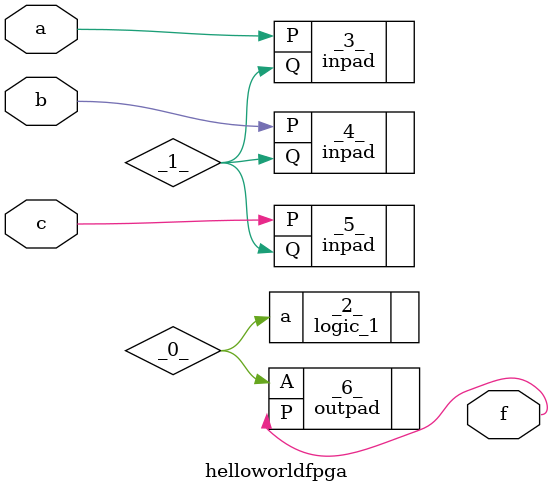
<source format=v>
/* Generated by Yosys 0.9+2406 (git sha1 ca763e6d5, gcc 10.2.1-6 -fPIC -Os) */

(* top =  1  *)
(* src = "/data/data/com.termux/files/home/fpga-examples/blink/helloworldfpga.v:1.1-17.14" *)
module helloworldfpga(a, b, c, f);
  wire _0_;
  (* unused_bits = "0" *)
  wire _1_;
  (* src = "/data/data/com.termux/files/home/fpga-examples/blink/helloworldfpga.v:3.17-3.18" *)
  input a;
  (* src = "/data/data/com.termux/files/home/fpga-examples/blink/helloworldfpga.v:4.17-4.18" *)
  input b;
  (* src = "/data/data/com.termux/files/home/fpga-examples/blink/helloworldfpga.v:5.17-5.18" *)
  input c;
  (* src = "/data/data/com.termux/files/home/fpga-examples/blink/helloworldfpga.v:7.17-7.18" *)
  output f;
  logic_1 _2_ (
    .a(_0_)
  );
  (* keep = 32'd1 *)
  inpad #(
    .IO_LOC("X6Y3"),
    .IO_PAD("5"),
    .IO_TYPE("BIDIR")
  ) _3_ (
    .P(a),
    .Q(_1_)
  );
  (* keep = 32'd1 *)
  inpad #(
    .IO_LOC("X12Y3"),
    .IO_PAD("3"),
    .IO_TYPE("BIDIR")
  ) _4_ (
    .P(b),
    .Q(_1_)
  );
  (* keep = 32'd1 *)
  inpad #(
    .IO_LOC("X14Y3"),
    .IO_PAD("64"),
    .IO_TYPE("BIDIR")
  ) _5_ (
    .P(c),
    .Q(_1_)
  );
  (* keep = 32'd1 *)
  outpad #(
    .IO_LOC("X20Y3"),
    .IO_PAD("61"),
    .IO_TYPE("BIDIR")
  ) _6_ (
    .A(_0_),
    .P(f)
  );
endmodule

</source>
